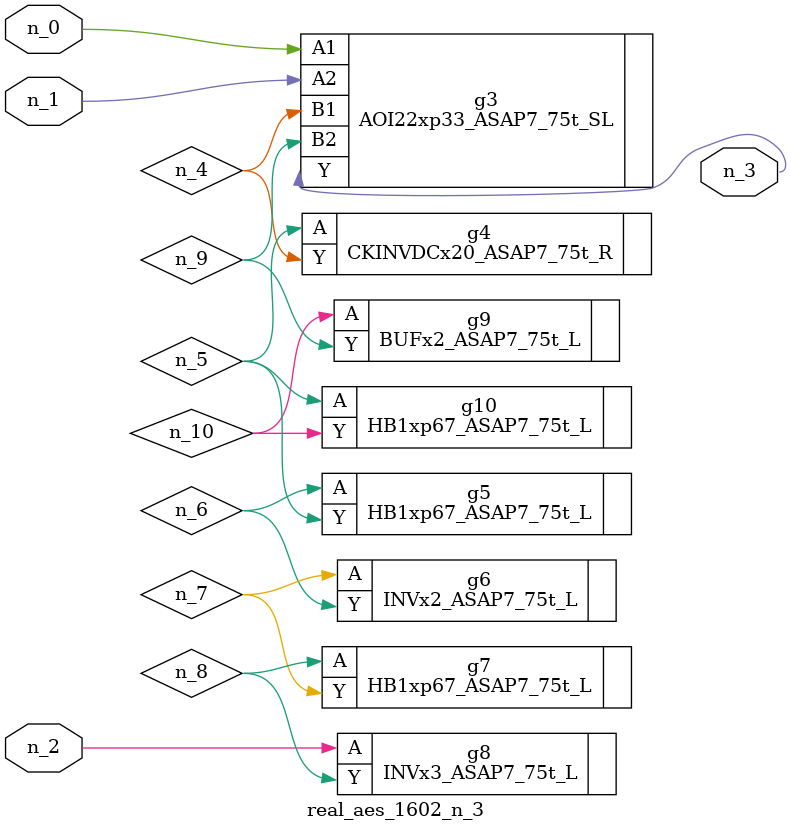
<source format=v>
module real_aes_1602_n_3 (n_0, n_2, n_1, n_3);
input n_0;
input n_2;
input n_1;
output n_3;
wire n_4;
wire n_5;
wire n_7;
wire n_9;
wire n_6;
wire n_8;
wire n_10;
AOI22xp33_ASAP7_75t_SL g3 ( .A1(n_0), .A2(n_1), .B1(n_4), .B2(n_9), .Y(n_3) );
INVx3_ASAP7_75t_L g8 ( .A(n_2), .Y(n_8) );
CKINVDCx20_ASAP7_75t_R g4 ( .A(n_5), .Y(n_4) );
HB1xp67_ASAP7_75t_L g10 ( .A(n_5), .Y(n_10) );
HB1xp67_ASAP7_75t_L g5 ( .A(n_6), .Y(n_5) );
INVx2_ASAP7_75t_L g6 ( .A(n_7), .Y(n_6) );
HB1xp67_ASAP7_75t_L g7 ( .A(n_8), .Y(n_7) );
BUFx2_ASAP7_75t_L g9 ( .A(n_10), .Y(n_9) );
endmodule
</source>
